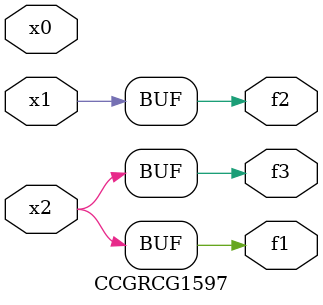
<source format=v>
module CCGRCG1597(
	input x0, x1, x2,
	output f1, f2, f3
);
	assign f1 = x2;
	assign f2 = x1;
	assign f3 = x2;
endmodule

</source>
